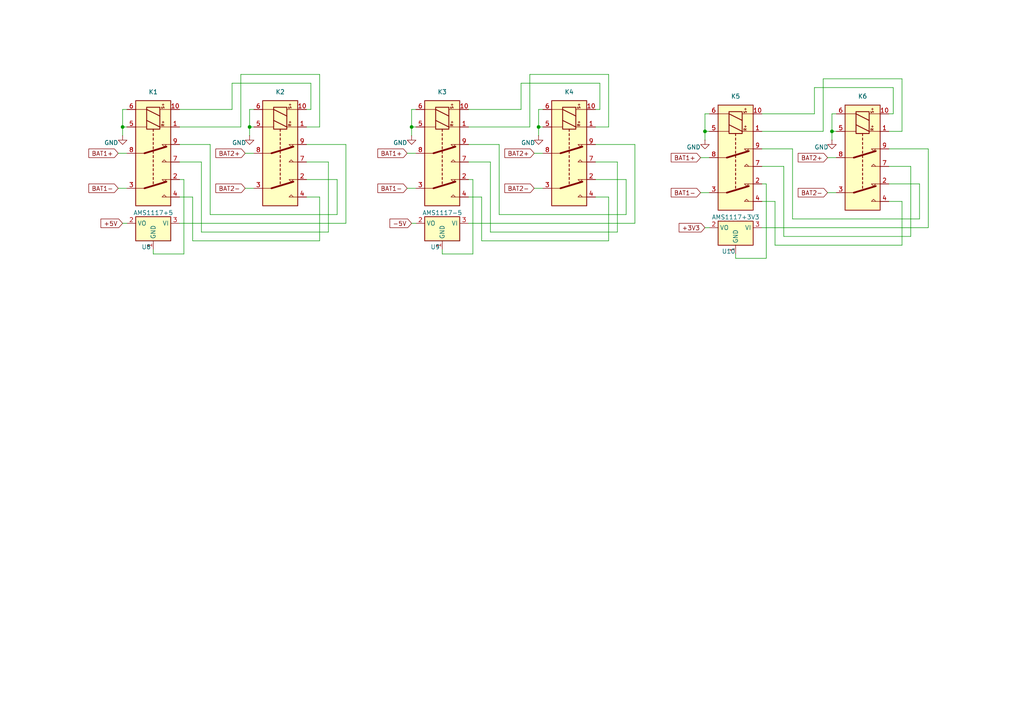
<source format=kicad_sch>
(kicad_sch (version 20231120) (generator "eeschema") (generator_version "8.0")
  (paper "A4")
  (lib_symbols
    (symbol "New_Library:Relay_DPST_Latching_2coil"
      (property "Reference" "K" (at 16.51 3.81 0))
      (property "Value" "Relay_DPST_Latching_2coil" (at 16.51 1.27 0))
      (symbol "Relay_DPST_Latching_2coil_0_0"
        (polyline (pts (xy -2.54 5.08) (xy -2.54 2.54) (xy -1.905 3.175) (xy -2.54 3.81)))
        (polyline (pts (xy 2.54 5.08) (xy 2.54 2.54) (xy 1.905 3.175) (xy 2.54 3.81)))
        (polyline (pts (xy 7.62 5.08) (xy 7.62 2.54) (xy 8.255 3.175) (xy 7.62 3.81)))
        (polyline (pts (xy 12.7 5.08) (xy 12.7 2.54) (xy 12.065 3.175) (xy 12.7 3.81)))
      )
      (symbol "Relay_DPST_Latching_2coil_0_1"
        (rectangle (start -13.335 1.905) (end -6.985 -1.905) (stroke (width 0.254)))
        (polyline (pts (xy -12.7 -5.08) (xy -12.7 -1.905)))
        (polyline (pts (xy -12.7 5.08) (xy -12.7 1.905)))
        (polyline (pts (xy -7.62 -5.08) (xy -7.62 -1.905)))
        (polyline (pts (xy -7.62 5.08) (xy -7.62 1.905)))
        (polyline (pts (xy -6.985 0) (xy -6.35 0)) (stroke (width 0.254)))
        (polyline (pts (xy -5.715 0) (xy -5.08 0)) (stroke (width 0.254)))
        (polyline (pts (xy -4.445 0) (xy -3.81 0)) (stroke (width 0.254)))
        (polyline (pts (xy -3.175 0) (xy -2.54 0)) (stroke (width 0.254)))
        (polyline (pts (xy -1.905 0) (xy -1.27 0)) (stroke (width 0.254)))
        (polyline (pts (xy -0.635 0) (xy 0 0)) (stroke (width 0.254)))
        (polyline (pts (xy 0 -2.54) (xy -1.905 3.81)) (stroke (width 0.508)))
        (polyline (pts (xy 0 -2.54) (xy 0 -5.08)))
        (polyline (pts (xy 0.635 0) (xy 1.27 0)) (stroke (width 0.254)))
        (polyline (pts (xy 1.905 0) (xy 2.54 0)) (stroke (width 0.254)))
        (polyline (pts (xy 3.175 0) (xy 3.81 0)) (stroke (width 0.254)))
        (polyline (pts (xy 4.445 0) (xy 5.08 0)) (stroke (width 0.254)))
        (polyline (pts (xy 5.715 0) (xy 6.35 0)) (stroke (width 0.254)))
        (polyline (pts (xy 6.985 0) (xy 7.62 0)) (stroke (width 0.254)))
        (polyline (pts (xy 8.255 0) (xy 8.89 0)) (stroke (width 0.254)))
        (polyline (pts (xy 10.16 -2.54) (xy 8.255 3.81)) (stroke (width 0.508)))
        (polyline (pts (xy 10.16 -2.54) (xy 10.16 -5.08)))
      )
      (symbol "Relay_DPST_Latching_2coil_1_0"
        (text "R+" (at -8.636 2.794 0) (effects (font (size 0.762 0.762))))
        (text "S+" (at -13.716 2.794 0) (effects (font (size 0.762 0.762))))
      )
      (symbol "Relay_DPST_Latching_2coil_1_1"
        (rectangle (start -15.24 5.08) (end 15.24 -5.08) (stroke (width 0.254)) (fill (type background)))
        (polyline (pts (xy -12.7 -1.905) (xy -10.795 1.905)) (stroke (width 0.254)))
        (polyline (pts (xy -9.525 -1.905) (xy -7.62 1.905)) (stroke (width 0.254)))
        (pin passive line (at -7.62 7.62 270) (length 2.54) (name "~") (number "1"))
        (pin passive line (at -12.7 7.62 270) (length 2.54) (name "~") (number "10"))
        (pin passive line (at 7.62 7.62 270) (length 2.54) (name "~") (number "2"))
        (pin passive line (at 10.16 -7.62 90) (length 2.54) (name "~") (number "3"))
        (pin passive line (at 12.7 7.62 270) (length 2.54) (name "~") (number "4"))
        (pin passive line (at -7.62 -7.62 90) (length 2.54) (name "~") (number "5"))
        (pin passive line (at -12.7 -7.62 90) (length 2.54) (name "~") (number "6"))
        (pin passive line (at 2.54 7.62 270) (length 2.54) (name "~") (number "7"))
        (pin passive line (at 0 -7.62 90) (length 2.54) (name "~") (number "8"))
        (pin passive line (at -2.54 7.62 270) (length 2.54) (name "~") (number "9"))
      )
    )
    (symbol "Regulator_Linear:AMS1117-3.3"
      (property "Reference" "U" (at -3.81 3.175 0))
      (property "Value" "AMS1117-3.3" (at 0 3.175 0))
      (symbol "AMS1117-3.3_0_1"
        (rectangle (start -5.08 -5.08) (end 5.08 1.905) (stroke (width 0.254)) (fill (type background)))
      )
      (symbol "AMS1117-3.3_1_1"
        (pin power_in line (at 0 -7.62 90) (length 2.54) (name "GND") (number "1"))
        (pin power_out line (at 7.62 0 180) (length 2.54) (name "VO") (number "2"))
        (pin power_in line (at -7.62 0 0) (length 2.54) (name "VI") (number "3"))
      )
    )
    (symbol "power:GND" (power) (pin_numbers hide) (pin_names (offset 0) hide)
      (property "Value" "GND" (at 0 -3.81 0))
      (symbol "GND_0_1"
        (polyline (pts (xy 0 0) (xy 0 -1.27) (xy 1.27 -1.27) (xy 0 -2.54) (xy -1.27 -1.27) (xy 0 -1.27)))
      )
      (symbol "GND_1_1"
        (pin power_in line (at 0 0 270) (length 0) (name "~") (number "1"))
      )
    )
  )
  (junction (at 35.56 36.83))
  (junction (at 119.38 36.83))
  (junction (at 204.47 38.1))
  (junction (at 72.39 36.83))
  (junction (at 241.3 38.1))
  (junction (at 156.21 36.83))
  (wire (pts (xy 157.48 31.75) (xy 156.21 31.75)))
  (wire (pts (xy 224.79 71.12) (xy 261.62 71.12)))
  (wire (pts (xy 220.98 33.02) (xy 236.22 33.02)))
  (wire (pts (xy 229.87 63.5) (xy 266.7 63.5)))
  (wire (pts (xy 135.89 41.91) (xy 144.78 41.91)))
  (wire (pts (xy 52.07 41.91) (xy 60.96 41.91)))
  (wire (pts (xy 73.66 31.75) (xy 72.39 31.75)))
  (wire (pts (xy 137.16 73.66) (xy 137.16 52.07)))
  (wire (pts (xy 128.27 72.39) (xy 128.27 73.66)))
  (wire (pts (xy 224.79 58.42) (xy 224.79 71.12)))
  (wire (pts (xy 266.7 63.5) (xy 266.7 53.34)))
  (wire (pts (xy 257.81 43.18) (xy 269.24 43.18)))
  (wire (pts (xy 60.96 62.23) (xy 97.79 62.23)))
  (wire (pts (xy 36.83 31.75) (xy 35.56 31.75)))
  (wire (pts (xy 220.98 58.42) (xy 224.79 58.42)))
  (wire (pts (xy 240.03 55.88) (xy 242.57 55.88)))
  (wire (pts (xy 257.81 48.26) (xy 264.16 48.26)))
  (wire (pts (xy 90.17 24.13) (xy 90.17 31.75)))
  (wire (pts (xy 135.89 64.77) (xy 184.15 64.77)))
  (wire (pts (xy 154.94 44.45) (xy 157.48 44.45)))
  (wire (pts (xy 241.3 33.02) (xy 241.3 38.1)))
  (wire (pts (xy 213.36 74.93) (xy 222.25 74.93)))
  (wire (pts (xy 172.72 52.07) (xy 181.61 52.07)))
  (wire (pts (xy 88.9 41.91) (xy 100.33 41.91)))
  (wire (pts (xy 154.94 54.61) (xy 157.48 54.61)))
  (wire (pts (xy 144.78 62.23) (xy 144.78 41.91)))
  (wire (pts (xy 71.12 44.45) (xy 73.66 44.45)))
  (wire (pts (xy 72.39 36.83) (xy 73.66 36.83)))
  (wire (pts (xy 257.81 58.42) (xy 261.62 58.42)))
  (wire (pts (xy 238.76 22.86) (xy 261.62 22.86)))
  (wire (pts (xy 220.98 43.18) (xy 229.87 43.18)))
  (wire (pts (xy 204.47 33.02) (xy 204.47 38.1)))
  (wire (pts (xy 156.21 31.75) (xy 156.21 36.83)))
  (wire (pts (xy 240.03 45.72) (xy 242.57 45.72)))
  (wire (pts (xy 119.38 36.83) (xy 120.65 36.83)))
  (wire (pts (xy 71.12 54.61) (xy 73.66 54.61)))
  (wire (pts (xy 135.89 57.15) (xy 139.7 57.15)))
  (wire (pts (xy 34.29 44.45) (xy 36.83 44.45)))
  (wire (pts (xy 213.36 73.66) (xy 213.36 74.93)))
  (wire (pts (xy 92.71 21.59) (xy 92.71 36.83)))
  (wire (pts (xy 35.56 36.83) (xy 36.83 36.83)))
  (wire (pts (xy 176.53 21.59) (xy 176.53 36.83)))
  (wire (pts (xy 52.07 36.83) (xy 69.85 36.83)))
  (wire (pts (xy 67.31 31.75) (xy 67.31 24.13)))
  (wire (pts (xy 172.72 46.99) (xy 179.07 46.99)))
  (wire (pts (xy 179.07 46.99) (xy 179.07 67.31)))
  (wire (pts (xy 135.89 52.07) (xy 137.16 52.07)))
  (wire (pts (xy 52.07 64.77) (xy 100.33 64.77)))
  (wire (pts (xy 97.79 62.23) (xy 97.79 52.07)))
  (wire (pts (xy 36.83 64.77) (xy 35.56 64.77)))
  (wire (pts (xy 203.2 55.88) (xy 205.74 55.88)))
  (wire (pts (xy 257.81 38.1) (xy 261.62 38.1)))
  (wire (pts (xy 100.33 41.91) (xy 100.33 64.77)))
  (wire (pts (xy 88.9 46.99) (xy 95.25 46.99)))
  (wire (pts (xy 35.56 31.75) (xy 35.56 36.83)))
  (wire (pts (xy 241.3 38.1) (xy 242.57 38.1)))
  (wire (pts (xy 261.62 58.42) (xy 261.62 71.12)))
  (wire (pts (xy 229.87 63.5) (xy 229.87 43.18)))
  (wire (pts (xy 44.45 73.66) (xy 53.34 73.66)))
  (wire (pts (xy 52.07 57.15) (xy 55.88 57.15)))
  (wire (pts (xy 173.99 24.13) (xy 173.99 31.75)))
  (wire (pts (xy 236.22 33.02) (xy 236.22 25.4)))
  (wire (pts (xy 69.85 36.83) (xy 69.85 21.59)))
  (wire (pts (xy 119.38 36.83) (xy 119.38 39.37)))
  (wire (pts (xy 176.53 57.15) (xy 176.53 69.85)))
  (wire (pts (xy 35.56 36.83) (xy 35.56 39.37)))
  (wire (pts (xy 119.38 31.75) (xy 119.38 36.83)))
  (wire (pts (xy 236.22 25.4) (xy 259.08 25.4)))
  (wire (pts (xy 135.89 31.75) (xy 151.13 31.75)))
  (wire (pts (xy 220.98 48.26) (xy 227.33 48.26)))
  (wire (pts (xy 153.67 21.59) (xy 176.53 21.59)))
  (wire (pts (xy 88.9 31.75) (xy 90.17 31.75)))
  (wire (pts (xy 88.9 57.15) (xy 92.71 57.15)))
  (wire (pts (xy 118.11 54.61) (xy 120.65 54.61)))
  (wire (pts (xy 259.08 25.4) (xy 259.08 33.02)))
  (wire (pts (xy 55.88 69.85) (xy 92.71 69.85)))
  (wire (pts (xy 156.21 36.83) (xy 156.21 39.37)))
  (wire (pts (xy 184.15 41.91) (xy 184.15 64.77)))
  (wire (pts (xy 261.62 22.86) (xy 261.62 38.1)))
  (wire (pts (xy 120.65 31.75) (xy 119.38 31.75)))
  (wire (pts (xy 72.39 31.75) (xy 72.39 36.83)))
  (wire (pts (xy 120.65 64.77) (xy 119.38 64.77)))
  (wire (pts (xy 172.72 57.15) (xy 176.53 57.15)))
  (wire (pts (xy 88.9 52.07) (xy 97.79 52.07)))
  (wire (pts (xy 88.9 36.83) (xy 92.71 36.83)))
  (wire (pts (xy 203.2 45.72) (xy 205.74 45.72)))
  (wire (pts (xy 139.7 57.15) (xy 139.7 69.85)))
  (wire (pts (xy 58.42 67.31) (xy 95.25 67.31)))
  (wire (pts (xy 72.39 36.83) (xy 72.39 39.37)))
  (wire (pts (xy 242.57 33.02) (xy 241.3 33.02)))
  (wire (pts (xy 172.72 41.91) (xy 184.15 41.91)))
  (wire (pts (xy 53.34 73.66) (xy 53.34 52.07)))
  (wire (pts (xy 220.98 38.1) (xy 238.76 38.1)))
  (wire (pts (xy 67.31 24.13) (xy 90.17 24.13)))
  (wire (pts (xy 34.29 54.61) (xy 36.83 54.61)))
  (wire (pts (xy 58.42 46.99) (xy 58.42 67.31)))
  (wire (pts (xy 204.47 38.1) (xy 205.74 38.1)))
  (wire (pts (xy 153.67 36.83) (xy 153.67 21.59)))
  (wire (pts (xy 181.61 62.23) (xy 181.61 52.07)))
  (wire (pts (xy 95.25 46.99) (xy 95.25 67.31)))
  (wire (pts (xy 151.13 31.75) (xy 151.13 24.13)))
  (wire (pts (xy 142.24 46.99) (xy 142.24 67.31)))
  (wire (pts (xy 128.27 73.66) (xy 137.16 73.66)))
  (wire (pts (xy 144.78 62.23) (xy 181.61 62.23)))
  (wire (pts (xy 220.98 66.04) (xy 269.24 66.04)))
  (wire (pts (xy 172.72 36.83) (xy 176.53 36.83)))
  (wire (pts (xy 52.07 31.75) (xy 67.31 31.75)))
  (wire (pts (xy 139.7 69.85) (xy 176.53 69.85)))
  (wire (pts (xy 55.88 57.15) (xy 55.88 69.85)))
  (wire (pts (xy 135.89 36.83) (xy 153.67 36.83)))
  (wire (pts (xy 205.74 66.04) (xy 204.47 66.04)))
  (wire (pts (xy 204.47 38.1) (xy 204.47 40.64)))
  (wire (pts (xy 241.3 38.1) (xy 241.3 40.64)))
  (wire (pts (xy 264.16 48.26) (xy 264.16 68.58)))
  (wire (pts (xy 257.81 33.02) (xy 259.08 33.02)))
  (wire (pts (xy 257.81 53.34) (xy 266.7 53.34)))
  (wire (pts (xy 205.74 33.02) (xy 204.47 33.02)))
  (wire (pts (xy 151.13 24.13) (xy 173.99 24.13)))
  (wire (pts (xy 227.33 48.26) (xy 227.33 68.58)))
  (wire (pts (xy 220.98 53.34) (xy 222.25 53.34)))
  (wire (pts (xy 227.33 68.58) (xy 264.16 68.58)))
  (wire (pts (xy 52.07 52.07) (xy 53.34 52.07)))
  (wire (pts (xy 60.96 62.23) (xy 60.96 41.91)))
  (wire (pts (xy 172.72 31.75) (xy 173.99 31.75)))
  (wire (pts (xy 92.71 57.15) (xy 92.71 69.85)))
  (wire (pts (xy 238.76 38.1) (xy 238.76 22.86)))
  (wire (pts (xy 142.24 67.31) (xy 179.07 67.31)))
  (wire (pts (xy 44.45 72.39) (xy 44.45 73.66)))
  (wire (pts (xy 135.89 46.99) (xy 142.24 46.99)))
  (wire (pts (xy 118.11 44.45) (xy 120.65 44.45)))
  (wire (pts (xy 156.21 36.83) (xy 157.48 36.83)))
  (wire (pts (xy 69.85 21.59) (xy 92.71 21.59)))
  (wire (pts (xy 52.07 46.99) (xy 58.42 46.99)))
  (wire (pts (xy 269.24 43.18) (xy 269.24 66.04)))
  (wire (pts (xy 222.25 74.93) (xy 222.25 53.34)))
  (global_label "BAT2+" (shape input) (at 240.03 45.72 180) (property "Intersheetrefs" "${INTERSHEET_REFS}" (effects (hide yes))))
  (global_label "BAT2+" (shape input) (at 71.12 44.45 180) (property "Intersheetrefs" "${INTERSHEET_REFS}" (effects (hide yes))))
  (global_label "BAT1-" (shape input) (at 203.2 55.88 180) (property "Intersheetrefs" "${INTERSHEET_REFS}" (effects (hide yes))))
  (global_label "BAT2-" (shape input) (at 240.03 55.88 180) (property "Intersheetrefs" "${INTERSHEET_REFS}" (effects (hide yes))))
  (global_label "BAT2-" (shape input) (at 71.12 54.61 180) (property "Intersheetrefs" "${INTERSHEET_REFS}" (effects (hide yes))))
  (global_label "BAT1-" (shape input) (at 34.29 54.61 180) (property "Intersheetrefs" "${INTERSHEET_REFS}" (effects (hide yes))))
  (global_label "BAT1+" (shape input) (at 34.29 44.45 180) (property "Intersheetrefs" "${INTERSHEET_REFS}" (effects (hide yes))))
  (global_label "-5V" (shape input) (at 119.38 64.77 180) (property "Intersheetrefs" "${INTERSHEET_REFS}" (effects (hide yes))))
  (global_label "BAT2+" (shape input) (at 154.94 44.45 180) (property "Intersheetrefs" "${INTERSHEET_REFS}" (effects (hide yes))))
  (global_label "+3V3" (shape input) (at 204.47 66.04 180) (property "Intersheetrefs" "${INTERSHEET_REFS}" (effects (hide yes))))
  (global_label "BAT1+" (shape input) (at 203.2 45.72 180) (property "Intersheetrefs" "${INTERSHEET_REFS}" (effects (hide yes))))
  (global_label "+5V" (shape input) (at 35.56 64.77 180) (property "Intersheetrefs" "${INTERSHEET_REFS}" (effects (hide yes))))
  (global_label "BAT2-" (shape input) (at 154.94 54.61 180) (property "Intersheetrefs" "${INTERSHEET_REFS}" (effects (hide yes))))
  (global_label "BAT1+" (shape input) (at 118.11 44.45 180) (property "Intersheetrefs" "${INTERSHEET_REFS}" (effects (hide yes))))
  (global_label "BAT1-" (shape input) (at 118.11 54.61 180) (property "Intersheetrefs" "${INTERSHEET_REFS}" (effects (hide yes))))
  (symbol (lib_id "Regulator_Linear:AMS1117-3.3") (at 213.36 66.04 0) (mirror y) (unit 1)
    (property "Reference" "U10" (at 211.328 72.898 0))
    (property "Value" "AMS1117+3V3" (at 213.36 62.992 0))
    (property "Footprint" "Package_TO_SOT_SMD:SOT-223-3_TabPin2" (effects (hide yes)))
    (property "Datasheet" "http://www.advanced-monolithic.com/pdf/ds1117.pdf" (effects (hide yes)))
    (property "Description" "1A Low Dropout regulator, positive, 3.3V fixed output, SOT-223" (effects (hide yes)))
  )
  (symbol (lib_id "power:GND") (at 204.47 40.64 0) (unit 1)
    (property "Reference" "#PWR034" (effects (hide yes)))
    (property "Value" "GND" (at 201.168 42.672 0))
    (property "Description" "Power symbol creates a global label with name \"GND\" , ground" (effects (hide yes)))
  )
  (symbol (lib_id "New_Library:Relay_DPST_Latching_2coil") (at 165.1 44.45 270) (unit 1)
    (property "Reference" "K4" (at 165.1 26.67 90))
    (property "Value" "Relay_DPST_Latching_2coil" (effects (hide yes)))
    (property "Footprint" "SMD_relay:relay" (effects (hide yes)))
    (property "Description" "Relay DPST, bistable, double-coil, EN50005" (effects (hide yes)))
  )
  (symbol (lib_id "Regulator_Linear:AMS1117-3.3") (at 128.27 64.77 0) (mirror y) (unit 1)
    (property "Reference" "U9" (at 126.238 71.628 0))
    (property "Value" "AMS1117-5" (at 128.27 61.722 0))
    (property "Footprint" "Package_TO_SOT_SMD:SOT-223-3_TabPin2" (effects (hide yes)))
    (property "Datasheet" "http://www.advanced-monolithic.com/pdf/ds1117.pdf" (effects (hide yes)))
    (property "Description" "1A Low Dropout regulator, positive, 3.3V fixed output, SOT-223" (effects (hide yes)))
  )
  (symbol (lib_id "Regulator_Linear:AMS1117-3.3") (at 44.45 64.77 0) (mirror y) (unit 1)
    (property "Reference" "U8" (at 42.418 71.628 0))
    (property "Value" "AMS1117+5" (at 44.45 61.722 0))
    (property "Footprint" "Package_TO_SOT_SMD:SOT-223-3_TabPin2" (effects (hide yes)))
    (property "Datasheet" "http://www.advanced-monolithic.com/pdf/ds1117.pdf" (effects (hide yes)))
    (property "Description" "1A Low Dropout regulator, positive, 3.3V fixed output, SOT-223" (effects (hide yes)))
  )
  (symbol (lib_id "New_Library:Relay_DPST_Latching_2coil") (at 213.36 45.72 270) (unit 1)
    (property "Reference" "K5" (at 213.36 27.94 90))
    (property "Value" "Relay_DPST_Latching_2coil" (effects (hide yes)))
    (property "Footprint" "SMD_relay:relay" (effects (hide yes)))
    (property "Description" "Relay DPST, bistable, double-coil, EN50005" (effects (hide yes)))
  )
  (symbol (lib_id "New_Library:Relay_DPST_Latching_2coil") (at 44.45 44.45 270) (unit 1)
    (property "Reference" "K1" (at 44.45 26.67 90))
    (property "Value" "Relay_DPST_Latching_2coil" (effects (hide yes)))
    (property "Footprint" "SMD_relay:relay" (effects (hide yes)))
    (property "Description" "Relay DPST, bistable, double-coil, EN50005" (effects (hide yes)))
  )
  (symbol (lib_id "power:GND") (at 156.21 39.37 0) (unit 1)
    (property "Reference" "#PWR033" (effects (hide yes)))
    (property "Value" "GND" (at 153.162 41.402 0))
    (property "Description" "Power symbol creates a global label with name \"GND\" , ground" (effects (hide yes)))
  )
  (symbol (lib_id "power:GND") (at 241.3 40.64 0) (unit 1)
    (property "Reference" "#PWR035" (effects (hide yes)))
    (property "Value" "GND" (at 238.252 42.672 0))
    (property "Description" "Power symbol creates a global label with name \"GND\" , ground" (effects (hide yes)))
  )
  (symbol (lib_id "power:GND") (at 119.38 39.37 0) (unit 1)
    (property "Reference" "#PWR032" (effects (hide yes)))
    (property "Value" "GND" (at 116.078 41.402 0))
    (property "Description" "Power symbol creates a global label with name \"GND\" , ground" (effects (hide yes)))
  )
  (symbol (lib_id "power:GND") (at 72.39 39.37 0) (unit 1)
    (property "Reference" "#PWR031" (effects (hide yes)))
    (property "Value" "GND" (at 69.342 41.402 0))
    (property "Description" "Power symbol creates a global label with name \"GND\" , ground" (effects (hide yes)))
  )
  (symbol (lib_id "New_Library:Relay_DPST_Latching_2coil") (at 81.28 44.45 270) (unit 1)
    (property "Reference" "K2" (at 81.28 26.67 90))
    (property "Value" "Relay_DPST_Latching_2coil" (effects (hide yes)))
    (property "Footprint" "SMD_relay:relay" (effects (hide yes)))
    (property "Description" "Relay DPST, bistable, double-coil, EN50005" (effects (hide yes)))
  )
  (symbol (lib_id "power:GND") (at 35.56 39.37 0) (unit 1)
    (property "Reference" "#PWR021" (effects (hide yes)))
    (property "Value" "GND" (at 32.258 41.402 0))
    (property "Description" "Power symbol creates a global label with name \"GND\" , ground" (effects (hide yes)))
  )
  (symbol (lib_id "New_Library:Relay_DPST_Latching_2coil") (at 250.19 45.72 270) (unit 1)
    (property "Reference" "K6" (at 250.19 27.94 90))
    (property "Value" "Relay_DPST_Latching_2coil" (effects (hide yes)))
    (property "Footprint" "SMD_relay:relay" (effects (hide yes)))
    (property "Description" "Relay DPST, bistable, double-coil, EN50005" (effects (hide yes)))
  )
  (symbol (lib_id "New_Library:Relay_DPST_Latching_2coil") (at 128.27 44.45 270) (unit 1)
    (property "Reference" "K3" (at 128.27 26.67 90))
    (property "Value" "Relay_DPST_Latching_2coil" (effects (hide yes)))
    (property "Footprint" "SMD_relay:relay" (effects (hide yes)))
    (property "Description" "Relay DPST, bistable, double-coil, EN50005" (effects (hide yes)))
  )
)
</source>
